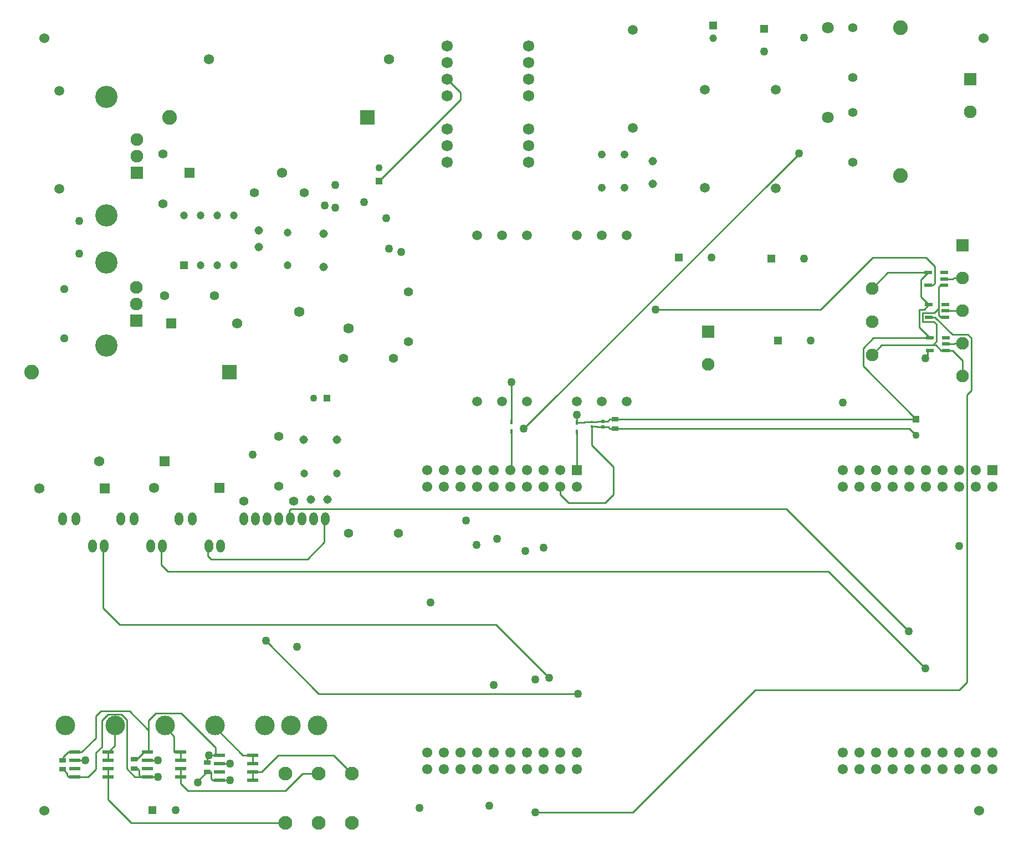
<source format=gbl>
G04*
G04 #@! TF.GenerationSoftware,Altium Limited,Altium Designer,20.0.13 (296)*
G04*
G04 Layer_Physical_Order=4*
G04 Layer_Color=16711680*
%FSLAX24Y24*%
%MOIN*%
G70*
G01*
G75*
%ADD14C,0.0100*%
%ADD17R,0.0472X0.0236*%
%ADD19R,0.0157X0.0287*%
%ADD21R,0.0386X0.0307*%
%ADD22R,0.0165X0.0181*%
%ADD23R,0.0244X0.0236*%
%ADD39C,0.1181*%
%ADD40O,0.0512X0.0787*%
%ADD68C,0.0827*%
%ADD69C,0.0610*%
G04:AMPARAMS|DCode=70|XSize=61mil|YSize=61mil|CornerRadius=1.8mil|HoleSize=0mil|Usage=FLASHONLY|Rotation=180.000|XOffset=0mil|YOffset=0mil|HoleType=Round|Shape=RoundedRectangle|*
%AMROUNDEDRECTD70*
21,1,0.0610,0.0574,0,0,180.0*
21,1,0.0574,0.0610,0,0,180.0*
1,1,0.0037,-0.0287,0.0287*
1,1,0.0037,0.0287,0.0287*
1,1,0.0037,0.0287,-0.0287*
1,1,0.0037,-0.0287,-0.0287*
%
%ADD70ROUNDEDRECTD70*%
%ADD71C,0.0518*%
%ADD72C,0.0472*%
%ADD73C,0.0768*%
%ADD74R,0.0768X0.0768*%
%ADD75C,0.0496*%
%ADD76C,0.0591*%
%ADD77C,0.0650*%
%ADD78C,0.1339*%
%ADD79C,0.0620*%
%ADD80C,0.0679*%
%ADD81C,0.0476*%
%ADD82C,0.0502*%
%ADD83R,0.0502X0.0502*%
%ADD84R,0.0502X0.0502*%
%ADD85C,0.0551*%
%ADD86C,0.0709*%
%ADD87C,0.0886*%
%ADD88C,0.0453*%
%ADD89R,0.0453X0.0453*%
%ADD90R,0.0620X0.0620*%
%ADD91R,0.0886X0.0886*%
%ADD92C,0.0433*%
%ADD93R,0.0433X0.0433*%
%ADD94C,0.0512*%
%ADD95R,0.0433X0.0433*%
%ADD96C,0.0626*%
%ADD97R,0.0472X0.0472*%
%ADD98C,0.0600*%
%ADD99C,0.0500*%
%ADD100R,0.0689X0.0236*%
D14*
X11000Y3450D02*
Y3549D01*
X11550Y4099D01*
X10400Y2950D02*
X16250D01*
X9950Y3400D02*
X10400Y2950D01*
X16250D02*
X17300Y4000D01*
X31300Y1650D02*
X37150D01*
X44530Y9030D01*
X33800Y22250D02*
Y23700D01*
Y24574D01*
X29850Y23850D02*
Y24599D01*
Y22300D02*
Y23850D01*
X29800Y22250D02*
X29850Y22300D01*
X34700Y23750D02*
Y23800D01*
Y23750D02*
X34900Y23550D01*
X36000Y22450D01*
Y20800D02*
Y22450D01*
X35500Y20300D02*
X36000Y20800D01*
X33300Y20300D02*
X35500D01*
X32805Y20795D02*
X33300Y20300D01*
X32805Y20795D02*
Y21245D01*
X32800Y21250D02*
X32805Y21245D01*
X34700Y23800D02*
Y24890D01*
X47160Y41310D02*
Y41340D01*
X30598Y24748D02*
X47160Y41310D01*
X55560Y31600D02*
Y32000D01*
X55200Y29790D02*
X55386D01*
X52140D02*
X55200D01*
X7200Y3800D02*
X7550D01*
X12070Y5100D02*
Y5550D01*
X8030Y6610D02*
Y7200D01*
Y5300D02*
Y6610D01*
X11650Y5100D02*
X12070D01*
X11550Y4650D02*
Y5100D01*
X2890Y4801D02*
Y5000D01*
X9560Y5300D02*
Y6240D01*
X9950Y3400D02*
Y3800D01*
X54890Y29130D02*
Y29476D01*
X7004Y1020D02*
X16250D01*
X51010Y28524D02*
X54200Y25334D01*
X51010Y28524D02*
Y29610D01*
X51624Y30224D01*
X55008D01*
X52500Y34150D02*
X54916D01*
X51550Y33200D02*
X52500Y34150D01*
X54480Y33714D02*
X54916Y34150D01*
X54480Y32710D02*
Y33714D01*
Y32710D02*
X54966Y32224D01*
X26000Y45800D02*
X26800Y45000D01*
Y44563D02*
Y45000D01*
X21900Y39663D02*
X26800Y44563D01*
X3596Y4800D02*
X4240D01*
X54916Y33402D02*
X55200D01*
X55310Y33512D01*
Y34540D01*
X54800Y35050D02*
X55310Y34540D01*
X51590Y35050D02*
X54800D01*
X48460Y31920D02*
X51590Y35050D01*
X38530Y31920D02*
X48460D01*
X16250Y1020D02*
Y1028D01*
X5604Y2420D02*
X7004Y1020D01*
X5604Y2420D02*
Y3800D01*
X5975Y5671D02*
Y6825D01*
X5604Y5300D02*
X5975Y5671D01*
X44530Y9030D02*
X56800D01*
X57260Y9490D01*
Y26790D01*
X57540Y27070D01*
Y30200D01*
X57320Y30420D02*
X57540Y30200D01*
X56396Y30420D02*
X57320D01*
X55340Y31476D02*
X56396Y30420D01*
X54966Y31476D02*
X55340D01*
X36100Y24774D02*
X53776D01*
X54200Y24350D01*
X7946Y3800D02*
X8590D01*
X19160Y5090D02*
X20250Y4000D01*
X15820Y5090D02*
X19160D01*
X14830Y4100D02*
X15820Y5090D01*
X14304Y4100D02*
X14830D01*
X6875Y7765D02*
X8030Y6610D01*
X5145Y7765D02*
X6875D01*
X4845Y7465D02*
X5145Y7765D01*
X4845Y6145D02*
Y7465D01*
X4000Y5300D02*
X4845Y6145D01*
X3596Y5300D02*
X4000D01*
X3596Y3800D02*
X4400D01*
X4870Y4270D01*
Y5250D01*
X5230Y5610D01*
Y7200D01*
X5595Y7565D01*
X6400D01*
X6720Y7245D01*
Y4280D02*
Y7245D01*
Y4280D02*
X7200Y3800D01*
X8800Y16560D02*
Y17636D01*
Y16560D02*
X9200Y16160D01*
X48920D01*
X54750Y10330D01*
X46380Y19940D02*
X53750Y12570D01*
X16600Y19940D02*
X46380D01*
X16500Y19840D02*
X16600Y19940D01*
X16500Y19250D02*
Y19840D01*
X28940Y12950D02*
X32120Y9770D01*
X6300Y12950D02*
X28940D01*
X5300Y13950D02*
X6300Y12950D01*
X5300Y13950D02*
Y17636D01*
X18270Y8800D02*
X33850D01*
X15080Y11990D02*
X18270Y8800D01*
X54890Y29476D02*
X55008D01*
X54760Y29000D02*
X54890Y29130D01*
X11550Y5100D02*
X11650D01*
X12296Y4600D02*
X12940D01*
X11600Y17110D02*
Y17636D01*
Y17110D02*
X11800Y16910D01*
X17590D01*
X18600Y17920D01*
Y19250D01*
X2850Y4801D02*
X2890D01*
Y5000D02*
X3190Y5300D01*
X3596D01*
X12070Y5100D02*
X12296D01*
X9990Y7630D02*
X12070Y5550D01*
X8460Y7630D02*
X9990D01*
X8030Y7200D02*
X8460Y7630D01*
X7946Y5300D02*
X8030D01*
X33800Y25126D02*
Y25600D01*
X12296Y3600D02*
X12940D01*
X11900D02*
X12296D01*
X11800Y3700D02*
X11900Y3600D01*
X11800Y3700D02*
Y4099D01*
X11550D02*
X11800D01*
X7150Y4300D02*
X7350D01*
X7450Y4200D01*
Y3900D02*
Y4200D01*
Y3900D02*
X7550Y3800D01*
X7946D01*
X3230D02*
X3596D01*
X3130Y3900D02*
X3230Y3800D01*
X3130Y3900D02*
Y4010D01*
X2890Y4250D02*
X3130Y4010D01*
X2850Y4250D02*
X2890D01*
X55700Y29476D02*
X55992D01*
X55386Y29790D02*
X55700Y29476D01*
X54686Y31944D02*
X54966Y32224D01*
X54380Y31944D02*
X54686D01*
X54380Y30852D02*
Y31944D01*
Y30852D02*
X55008Y30224D01*
X55662Y33402D02*
X55900D01*
X55560Y32000D02*
Y33300D01*
X55304Y31744D02*
X55560Y32000D01*
X54580Y31744D02*
X55304D01*
X54580Y31208D02*
Y31744D01*
Y31208D02*
X55252D01*
X55410Y31050D01*
Y30000D02*
Y31050D01*
X55200Y29790D02*
X55410Y30000D01*
X51550Y29200D02*
X52140Y29790D01*
X55560Y33300D02*
X55662Y33402D01*
X55560Y31600D02*
X55684Y31476D01*
X55950D01*
X7946Y4800D02*
X8590D01*
X13700Y5100D02*
X14304D01*
X11975Y6825D02*
X13700Y5100D01*
X55992Y29476D02*
X56400D01*
X57000Y28876D01*
Y27913D02*
Y28876D01*
X8975Y6825D02*
X9560Y6240D01*
Y5300D02*
X9954D01*
X29850Y25150D02*
Y27560D01*
X17300Y4000D02*
X18250D01*
X9950Y3800D02*
X9954D01*
X35756Y24774D02*
X36100D01*
X35680Y24850D02*
X35756Y24774D01*
X35350Y24850D02*
X35680D01*
X35040D02*
X35350D01*
X35000Y24890D02*
X35040Y24850D01*
X34700Y24890D02*
X35000D01*
X34254Y25150D02*
X34700D01*
X34230Y25126D02*
X34254Y25150D01*
X33800Y25126D02*
X34230D01*
X35773Y25326D02*
X36100D01*
X35660Y25212D02*
X35773Y25326D01*
X35350Y25212D02*
X35660D01*
X35052D02*
X35350D01*
X34990Y25150D02*
X35052Y25212D01*
X34700Y25150D02*
X34990D01*
X45149Y25334D02*
X54200D01*
X45140Y25326D02*
X45149Y25334D01*
X36100Y25326D02*
X45140D01*
X7769Y5300D02*
X7946D01*
X7320Y4851D02*
X7769Y5300D01*
X7150Y4851D02*
X7320D01*
X9954Y4800D02*
Y5300D01*
X56512Y29881D02*
X57000D01*
X56480Y29850D02*
X56512Y29881D01*
X55992Y29850D02*
X56480D01*
X9954Y3800D02*
Y4300D01*
X5604Y4800D02*
Y5300D01*
Y3800D02*
Y4300D01*
X14304Y4600D02*
Y5100D01*
Y3600D02*
Y4100D01*
X56463Y33819D02*
X57000D01*
X56420Y33776D02*
X56463Y33819D01*
X55900Y33776D02*
X56420D01*
X55950Y31850D02*
X57000D01*
D17*
X54916Y34150D02*
D03*
Y33402D02*
D03*
X55900D02*
D03*
Y33776D02*
D03*
Y34150D02*
D03*
X54966Y32224D02*
D03*
Y31476D02*
D03*
X55950D02*
D03*
Y31850D02*
D03*
Y32224D02*
D03*
X55008Y30224D02*
D03*
Y29476D02*
D03*
X55992D02*
D03*
Y29850D02*
D03*
Y30224D02*
D03*
D19*
X33800Y25126D02*
D03*
Y24574D02*
D03*
X29850Y25150D02*
D03*
Y24599D02*
D03*
D21*
X7150Y4300D02*
D03*
Y4851D02*
D03*
X2850Y4250D02*
D03*
Y4801D02*
D03*
X36100Y25326D02*
D03*
Y24774D02*
D03*
X11550Y4650D02*
D03*
Y4099D02*
D03*
D22*
X34700Y24890D02*
D03*
Y25150D02*
D03*
D23*
X35350Y24850D02*
D03*
Y25212D02*
D03*
D39*
X3025Y6889D02*
D03*
X6025D02*
D03*
X9025D02*
D03*
X12025D02*
D03*
X15025D02*
D03*
X16600D02*
D03*
X18175D02*
D03*
D40*
X4650Y17700D02*
D03*
X5350D02*
D03*
X8150D02*
D03*
X8850D02*
D03*
X11650D02*
D03*
X12350D02*
D03*
X2846Y19314D02*
D03*
X3654D02*
D03*
X6346D02*
D03*
X7154D02*
D03*
X9846D02*
D03*
X10654D02*
D03*
X13750D02*
D03*
X14450D02*
D03*
X15150D02*
D03*
X15850D02*
D03*
X16550D02*
D03*
X17250D02*
D03*
X17950D02*
D03*
X18650D02*
D03*
D68*
X20250Y4000D02*
D03*
Y1028D02*
D03*
X18250Y4000D02*
D03*
Y1028D02*
D03*
X16250Y4000D02*
D03*
Y1028D02*
D03*
D69*
X33800Y21250D02*
D03*
X30800D02*
D03*
X29800D02*
D03*
X32800D02*
D03*
X31800D02*
D03*
X32800Y22250D02*
D03*
X30800D02*
D03*
X29800D02*
D03*
X31800D02*
D03*
X28800Y21250D02*
D03*
X26800D02*
D03*
X25800D02*
D03*
X24800D02*
D03*
X26800Y22250D02*
D03*
X25800D02*
D03*
X28800D02*
D03*
X27800D02*
D03*
X24800D02*
D03*
X33800Y4250D02*
D03*
Y5250D02*
D03*
X32800Y4250D02*
D03*
X30800D02*
D03*
X31800D02*
D03*
X29800D02*
D03*
X27800D02*
D03*
X28800D02*
D03*
X25800D02*
D03*
X24800D02*
D03*
X31800Y5250D02*
D03*
X32800D02*
D03*
X30800D02*
D03*
X28800D02*
D03*
X29800D02*
D03*
X27800D02*
D03*
X26800Y4250D02*
D03*
X25800Y5250D02*
D03*
X26800D02*
D03*
X24800D02*
D03*
X49800Y21250D02*
D03*
X50800D02*
D03*
X51800D02*
D03*
X52800D02*
D03*
X53800D02*
D03*
X54800D02*
D03*
X55800D02*
D03*
X56800D02*
D03*
X57800D02*
D03*
X58800D02*
D03*
X49800Y22250D02*
D03*
X50800D02*
D03*
X51800D02*
D03*
X52800D02*
D03*
X53800D02*
D03*
X54800D02*
D03*
X55800D02*
D03*
X56800D02*
D03*
X57800D02*
D03*
X49800Y4250D02*
D03*
X50800D02*
D03*
X51800D02*
D03*
X52800D02*
D03*
X53800D02*
D03*
X54800D02*
D03*
X55800D02*
D03*
X56800D02*
D03*
X57800D02*
D03*
X58800D02*
D03*
X49800Y5250D02*
D03*
X50800D02*
D03*
X51800D02*
D03*
X52800D02*
D03*
X53800D02*
D03*
X54800D02*
D03*
X55800D02*
D03*
X56800D02*
D03*
X57800D02*
D03*
X58800D02*
D03*
X27800Y21250D02*
D03*
D70*
X33800Y22250D02*
D03*
X58800D02*
D03*
D71*
X19350Y24100D02*
D03*
X17350D02*
D03*
X17800Y20500D02*
D03*
X18800D02*
D03*
X38350Y39500D02*
D03*
Y40850D02*
D03*
X14650Y36700D02*
D03*
Y35700D02*
D03*
X18550Y34500D02*
D03*
Y36500D02*
D03*
D72*
X17382Y22050D02*
D03*
X19350D02*
D03*
X16400Y36569D02*
D03*
Y34600D02*
D03*
X11150D02*
D03*
X12150D02*
D03*
X13150D02*
D03*
Y37600D02*
D03*
X12150D02*
D03*
X11150D02*
D03*
X10150D02*
D03*
D73*
X7311Y42150D02*
D03*
Y41150D02*
D03*
X7300Y33250D02*
D03*
Y32250D02*
D03*
X57450Y43832D02*
D03*
X41700Y28631D02*
D03*
X57000Y27913D02*
D03*
Y29881D02*
D03*
Y31850D02*
D03*
Y33819D02*
D03*
X51550Y33200D02*
D03*
Y31200D02*
D03*
Y29200D02*
D03*
D74*
X7311Y40150D02*
D03*
X7300Y31250D02*
D03*
X57450Y45800D02*
D03*
X41700Y30600D02*
D03*
X57000Y35787D02*
D03*
D75*
X3850Y37250D02*
D03*
Y35282D02*
D03*
D76*
X36800Y36400D02*
D03*
X35300D02*
D03*
X33800D02*
D03*
X30800D02*
D03*
X29300D02*
D03*
X27800D02*
D03*
Y26400D02*
D03*
X29300D02*
D03*
X30800D02*
D03*
X33800D02*
D03*
X35300D02*
D03*
X36800D02*
D03*
X37150Y42850D02*
D03*
Y48756D02*
D03*
X45750Y39244D02*
D03*
Y45150D02*
D03*
X2650Y45100D02*
D03*
Y39194D02*
D03*
X41500Y45156D02*
D03*
Y39250D02*
D03*
D77*
X7311Y31254D02*
D03*
Y33249D02*
D03*
X7300Y32250D02*
D03*
X7311Y40150D02*
D03*
Y42150D02*
D03*
Y41150D02*
D03*
D78*
X5500Y34752D02*
D03*
Y29752D02*
D03*
Y44713D02*
D03*
Y37587D02*
D03*
D79*
X22500Y47000D02*
D03*
X11673D02*
D03*
X13350Y31100D02*
D03*
X8350Y21200D02*
D03*
X5050Y22800D02*
D03*
X1450Y21150D02*
D03*
X16050Y40150D02*
D03*
D80*
X26000Y47800D02*
D03*
Y46800D02*
D03*
Y45800D02*
D03*
Y44800D02*
D03*
Y42800D02*
D03*
Y41800D02*
D03*
Y40800D02*
D03*
X30900Y47800D02*
D03*
Y46800D02*
D03*
Y45800D02*
D03*
Y44800D02*
D03*
Y42800D02*
D03*
Y41800D02*
D03*
Y40800D02*
D03*
D81*
X35300Y39250D02*
D03*
Y41250D02*
D03*
X36650Y39250D02*
D03*
Y41250D02*
D03*
D82*
X45050Y47450D02*
D03*
X47868Y30050D02*
D03*
X41900Y35050D02*
D03*
X47469Y35000D02*
D03*
X9650Y1800D02*
D03*
D83*
X45050Y48828D02*
D03*
D84*
X45900Y30050D02*
D03*
X39931Y35050D02*
D03*
X45500Y35000D02*
D03*
X8272Y1800D02*
D03*
D85*
X50400Y40800D02*
D03*
Y43800D02*
D03*
Y45900D02*
D03*
Y48900D02*
D03*
X23650Y33000D02*
D03*
Y30000D02*
D03*
X15850Y21300D02*
D03*
Y24300D02*
D03*
X13750Y20400D02*
D03*
X16750D02*
D03*
X20050Y18450D02*
D03*
X23050D02*
D03*
X22750Y29000D02*
D03*
X19750D02*
D03*
X9000Y32750D02*
D03*
X12000D02*
D03*
X17400Y38950D02*
D03*
X14400D02*
D03*
X8900Y41300D02*
D03*
Y38300D02*
D03*
D86*
X48900Y48912D02*
D03*
Y43488D02*
D03*
D87*
X53250Y40000D02*
D03*
Y48898D02*
D03*
X1000Y28150D02*
D03*
X9300Y43500D02*
D03*
D88*
X42000Y48250D02*
D03*
D89*
Y49037D02*
D03*
D90*
X9400Y31100D02*
D03*
X12300Y21200D02*
D03*
X9000Y22800D02*
D03*
X5400Y21150D02*
D03*
X10499Y40150D02*
D03*
D91*
X12890Y28150D02*
D03*
X21190Y43500D02*
D03*
D92*
X54200Y24350D02*
D03*
X21900Y40450D02*
D03*
X17963Y26600D02*
D03*
D93*
X54200Y25334D02*
D03*
X21900Y39663D02*
D03*
D94*
X2950Y33153D02*
D03*
Y30200D02*
D03*
D95*
X18750Y26600D02*
D03*
D96*
X20050Y30800D02*
D03*
X17097Y31784D02*
D03*
D97*
X10150Y34600D02*
D03*
D98*
X58000Y1750D02*
D03*
X58250Y48250D02*
D03*
X1750D02*
D03*
Y1750D02*
D03*
D99*
X31300Y9650D02*
D03*
X28800Y9330D02*
D03*
X11000Y3450D02*
D03*
X31300Y1650D02*
D03*
X29000Y18140D02*
D03*
X27130Y19220D02*
D03*
X27750Y17750D02*
D03*
X30600Y24750D02*
D03*
X47160Y41340D02*
D03*
X22500Y35600D02*
D03*
X18635Y38186D02*
D03*
X19265Y39425D02*
D03*
X31800Y17610D02*
D03*
X4240Y4800D02*
D03*
X38530Y31920D02*
D03*
X28540Y2060D02*
D03*
X24975Y14300D02*
D03*
X24340Y1940D02*
D03*
X14280Y23200D02*
D03*
X20990Y38400D02*
D03*
X8590Y3800D02*
D03*
X12940Y3600D02*
D03*
X16970Y11630D02*
D03*
X54750Y10330D02*
D03*
X53750Y12570D02*
D03*
X32120Y9770D02*
D03*
X33850Y8800D02*
D03*
X15080Y11990D02*
D03*
X54760Y29000D02*
D03*
X49800Y26330D02*
D03*
X11650Y5100D02*
D03*
X12940Y4600D02*
D03*
X22340Y37430D02*
D03*
X19265Y38060D02*
D03*
X23220Y35390D02*
D03*
X47450Y48290D02*
D03*
X33800Y25600D02*
D03*
X30700Y17390D02*
D03*
X56800Y17700D02*
D03*
X8590Y4800D02*
D03*
X29850Y27560D02*
D03*
D100*
X3596Y5300D02*
D03*
Y4800D02*
D03*
Y4300D02*
D03*
Y3800D02*
D03*
X5604D02*
D03*
Y4300D02*
D03*
Y4800D02*
D03*
Y5300D02*
D03*
X7946D02*
D03*
Y4800D02*
D03*
Y4300D02*
D03*
Y3800D02*
D03*
X9954D02*
D03*
Y4300D02*
D03*
Y4800D02*
D03*
Y5300D02*
D03*
X12296Y5100D02*
D03*
Y4600D02*
D03*
Y4100D02*
D03*
Y3600D02*
D03*
X14304D02*
D03*
Y4100D02*
D03*
Y4600D02*
D03*
Y5100D02*
D03*
M02*

</source>
